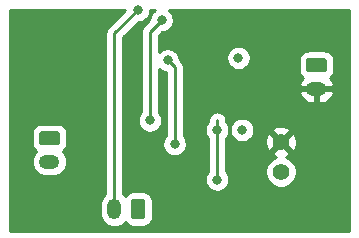
<source format=gbr>
G04 #@! TF.GenerationSoftware,KiCad,Pcbnew,(5.1.5-0)*
G04 #@! TF.CreationDate,2021-02-11T14:19:56-07:00*
G04 #@! TF.ProjectId,ideal-diode,69646561-6c2d-4646-996f-64652e6b6963,rev?*
G04 #@! TF.SameCoordinates,Original*
G04 #@! TF.FileFunction,Copper,L2,Bot*
G04 #@! TF.FilePolarity,Positive*
%FSLAX46Y46*%
G04 Gerber Fmt 4.6, Leading zero omitted, Abs format (unit mm)*
G04 Created by KiCad (PCBNEW (5.1.5-0)) date 2021-02-11 14:19:56*
%MOMM*%
%LPD*%
G04 APERTURE LIST*
%ADD10C,1.400000*%
%ADD11O,1.200000X1.750000*%
%ADD12C,0.100000*%
%ADD13O,1.750000X1.200000*%
%ADD14C,0.800000*%
%ADD15C,0.250000*%
%ADD16C,0.254000*%
G04 APERTURE END LIST*
D10*
X138600000Y-94340000D03*
X138600000Y-91800000D03*
D11*
X124500000Y-97500000D03*
G04 #@! TA.AperFunction,ComponentPad*
D12*
G36*
X126874505Y-96626204D02*
G01*
X126898773Y-96629804D01*
X126922572Y-96635765D01*
X126945671Y-96644030D01*
X126967850Y-96654520D01*
X126988893Y-96667132D01*
X127008599Y-96681747D01*
X127026777Y-96698223D01*
X127043253Y-96716401D01*
X127057868Y-96736107D01*
X127070480Y-96757150D01*
X127080970Y-96779329D01*
X127089235Y-96802428D01*
X127095196Y-96826227D01*
X127098796Y-96850495D01*
X127100000Y-96874999D01*
X127100000Y-98125001D01*
X127098796Y-98149505D01*
X127095196Y-98173773D01*
X127089235Y-98197572D01*
X127080970Y-98220671D01*
X127070480Y-98242850D01*
X127057868Y-98263893D01*
X127043253Y-98283599D01*
X127026777Y-98301777D01*
X127008599Y-98318253D01*
X126988893Y-98332868D01*
X126967850Y-98345480D01*
X126945671Y-98355970D01*
X126922572Y-98364235D01*
X126898773Y-98370196D01*
X126874505Y-98373796D01*
X126850001Y-98375000D01*
X126149999Y-98375000D01*
X126125495Y-98373796D01*
X126101227Y-98370196D01*
X126077428Y-98364235D01*
X126054329Y-98355970D01*
X126032150Y-98345480D01*
X126011107Y-98332868D01*
X125991401Y-98318253D01*
X125973223Y-98301777D01*
X125956747Y-98283599D01*
X125942132Y-98263893D01*
X125929520Y-98242850D01*
X125919030Y-98220671D01*
X125910765Y-98197572D01*
X125904804Y-98173773D01*
X125901204Y-98149505D01*
X125900000Y-98125001D01*
X125900000Y-96874999D01*
X125901204Y-96850495D01*
X125904804Y-96826227D01*
X125910765Y-96802428D01*
X125919030Y-96779329D01*
X125929520Y-96757150D01*
X125942132Y-96736107D01*
X125956747Y-96716401D01*
X125973223Y-96698223D01*
X125991401Y-96681747D01*
X126011107Y-96667132D01*
X126032150Y-96654520D01*
X126054329Y-96644030D01*
X126077428Y-96635765D01*
X126101227Y-96629804D01*
X126125495Y-96626204D01*
X126149999Y-96625000D01*
X126850001Y-96625000D01*
X126874505Y-96626204D01*
G37*
G04 #@! TD.AperFunction*
D13*
X141600000Y-87300000D03*
G04 #@! TA.AperFunction,ComponentPad*
D12*
G36*
X142249505Y-84701204D02*
G01*
X142273773Y-84704804D01*
X142297572Y-84710765D01*
X142320671Y-84719030D01*
X142342850Y-84729520D01*
X142363893Y-84742132D01*
X142383599Y-84756747D01*
X142401777Y-84773223D01*
X142418253Y-84791401D01*
X142432868Y-84811107D01*
X142445480Y-84832150D01*
X142455970Y-84854329D01*
X142464235Y-84877428D01*
X142470196Y-84901227D01*
X142473796Y-84925495D01*
X142475000Y-84949999D01*
X142475000Y-85650001D01*
X142473796Y-85674505D01*
X142470196Y-85698773D01*
X142464235Y-85722572D01*
X142455970Y-85745671D01*
X142445480Y-85767850D01*
X142432868Y-85788893D01*
X142418253Y-85808599D01*
X142401777Y-85826777D01*
X142383599Y-85843253D01*
X142363893Y-85857868D01*
X142342850Y-85870480D01*
X142320671Y-85880970D01*
X142297572Y-85889235D01*
X142273773Y-85895196D01*
X142249505Y-85898796D01*
X142225001Y-85900000D01*
X140974999Y-85900000D01*
X140950495Y-85898796D01*
X140926227Y-85895196D01*
X140902428Y-85889235D01*
X140879329Y-85880970D01*
X140857150Y-85870480D01*
X140836107Y-85857868D01*
X140816401Y-85843253D01*
X140798223Y-85826777D01*
X140781747Y-85808599D01*
X140767132Y-85788893D01*
X140754520Y-85767850D01*
X140744030Y-85745671D01*
X140735765Y-85722572D01*
X140729804Y-85698773D01*
X140726204Y-85674505D01*
X140725000Y-85650001D01*
X140725000Y-84949999D01*
X140726204Y-84925495D01*
X140729804Y-84901227D01*
X140735765Y-84877428D01*
X140744030Y-84854329D01*
X140754520Y-84832150D01*
X140767132Y-84811107D01*
X140781747Y-84791401D01*
X140798223Y-84773223D01*
X140816401Y-84756747D01*
X140836107Y-84742132D01*
X140857150Y-84729520D01*
X140879329Y-84719030D01*
X140902428Y-84710765D01*
X140926227Y-84704804D01*
X140950495Y-84701204D01*
X140974999Y-84700000D01*
X142225001Y-84700000D01*
X142249505Y-84701204D01*
G37*
G04 #@! TD.AperFunction*
D13*
X119000000Y-93500000D03*
G04 #@! TA.AperFunction,ComponentPad*
D12*
G36*
X119649505Y-90901204D02*
G01*
X119673773Y-90904804D01*
X119697572Y-90910765D01*
X119720671Y-90919030D01*
X119742850Y-90929520D01*
X119763893Y-90942132D01*
X119783599Y-90956747D01*
X119801777Y-90973223D01*
X119818253Y-90991401D01*
X119832868Y-91011107D01*
X119845480Y-91032150D01*
X119855970Y-91054329D01*
X119864235Y-91077428D01*
X119870196Y-91101227D01*
X119873796Y-91125495D01*
X119875000Y-91149999D01*
X119875000Y-91850001D01*
X119873796Y-91874505D01*
X119870196Y-91898773D01*
X119864235Y-91922572D01*
X119855970Y-91945671D01*
X119845480Y-91967850D01*
X119832868Y-91988893D01*
X119818253Y-92008599D01*
X119801777Y-92026777D01*
X119783599Y-92043253D01*
X119763893Y-92057868D01*
X119742850Y-92070480D01*
X119720671Y-92080970D01*
X119697572Y-92089235D01*
X119673773Y-92095196D01*
X119649505Y-92098796D01*
X119625001Y-92100000D01*
X118374999Y-92100000D01*
X118350495Y-92098796D01*
X118326227Y-92095196D01*
X118302428Y-92089235D01*
X118279329Y-92080970D01*
X118257150Y-92070480D01*
X118236107Y-92057868D01*
X118216401Y-92043253D01*
X118198223Y-92026777D01*
X118181747Y-92008599D01*
X118167132Y-91988893D01*
X118154520Y-91967850D01*
X118144030Y-91945671D01*
X118135765Y-91922572D01*
X118129804Y-91898773D01*
X118126204Y-91874505D01*
X118125000Y-91850001D01*
X118125000Y-91149999D01*
X118126204Y-91125495D01*
X118129804Y-91101227D01*
X118135765Y-91077428D01*
X118144030Y-91054329D01*
X118154520Y-91032150D01*
X118167132Y-91011107D01*
X118181747Y-90991401D01*
X118198223Y-90973223D01*
X118216401Y-90956747D01*
X118236107Y-90942132D01*
X118257150Y-90929520D01*
X118279329Y-90919030D01*
X118302428Y-90910765D01*
X118326227Y-90904804D01*
X118350495Y-90901204D01*
X118374999Y-90900000D01*
X119625001Y-90900000D01*
X119649505Y-90901204D01*
G37*
G04 #@! TD.AperFunction*
D14*
X135000000Y-84700000D03*
X135300000Y-90800000D03*
X133200000Y-95000000D03*
X133200000Y-90800000D03*
X126500000Y-80625000D03*
X129600000Y-92000000D03*
X129000000Y-84900000D03*
X127500000Y-90000000D03*
X128500000Y-81500000D03*
D15*
X133200000Y-95000000D02*
X133200000Y-90000000D01*
X124500000Y-82625000D02*
X124500000Y-97500000D01*
X126500000Y-80625000D02*
X124500000Y-82625000D01*
X129600000Y-85500000D02*
X129000000Y-84900000D01*
X129600000Y-85500000D02*
X129600000Y-92000000D01*
X127500000Y-82500000D02*
X128500000Y-81500000D01*
X127500000Y-90000000D02*
X127500000Y-82500000D01*
D16*
G36*
X123989003Y-82061196D02*
G01*
X123959999Y-82084999D01*
X123904871Y-82152174D01*
X123865026Y-82200724D01*
X123809857Y-82303937D01*
X123794454Y-82332754D01*
X123750997Y-82476015D01*
X123740000Y-82587668D01*
X123740000Y-82587678D01*
X123736324Y-82625000D01*
X123740000Y-82662322D01*
X123740001Y-96251067D01*
X123622499Y-96347498D01*
X123468168Y-96535551D01*
X123353489Y-96750099D01*
X123282870Y-96982898D01*
X123265000Y-97164335D01*
X123265000Y-97835664D01*
X123282870Y-98017101D01*
X123353489Y-98249900D01*
X123468167Y-98464448D01*
X123622498Y-98652502D01*
X123810551Y-98806833D01*
X124025099Y-98921511D01*
X124257898Y-98992130D01*
X124500000Y-99015975D01*
X124742101Y-98992130D01*
X124974900Y-98921511D01*
X125189448Y-98806833D01*
X125377502Y-98652502D01*
X125409191Y-98613889D01*
X125411595Y-98618387D01*
X125522038Y-98752962D01*
X125656613Y-98863405D01*
X125810149Y-98945472D01*
X125976745Y-98996008D01*
X126149999Y-99013072D01*
X126850001Y-99013072D01*
X127023255Y-98996008D01*
X127189851Y-98945472D01*
X127343387Y-98863405D01*
X127477962Y-98752962D01*
X127588405Y-98618387D01*
X127670472Y-98464851D01*
X127721008Y-98298255D01*
X127738072Y-98125001D01*
X127738072Y-96874999D01*
X127721008Y-96701745D01*
X127670472Y-96535149D01*
X127588405Y-96381613D01*
X127477962Y-96247038D01*
X127343387Y-96136595D01*
X127189851Y-96054528D01*
X127023255Y-96003992D01*
X126850001Y-95986928D01*
X126149999Y-95986928D01*
X125976745Y-96003992D01*
X125810149Y-96054528D01*
X125656613Y-96136595D01*
X125522038Y-96247038D01*
X125411595Y-96381613D01*
X125409191Y-96386111D01*
X125377502Y-96347498D01*
X125260000Y-96251067D01*
X125260000Y-82939801D01*
X126539802Y-81660000D01*
X126601939Y-81660000D01*
X126801898Y-81620226D01*
X126990256Y-81542205D01*
X127159774Y-81428937D01*
X127303937Y-81284774D01*
X127417205Y-81115256D01*
X127495226Y-80926898D01*
X127535000Y-80726939D01*
X127535000Y-80660000D01*
X127894198Y-80660000D01*
X127840226Y-80696063D01*
X127696063Y-80840226D01*
X127582795Y-81009744D01*
X127504774Y-81198102D01*
X127465000Y-81398061D01*
X127465000Y-81460198D01*
X126988998Y-81936201D01*
X126960000Y-81959999D01*
X126936202Y-81988997D01*
X126936201Y-81988998D01*
X126865026Y-82075724D01*
X126794454Y-82207754D01*
X126750998Y-82351015D01*
X126736324Y-82500000D01*
X126740001Y-82537332D01*
X126740000Y-89296289D01*
X126696063Y-89340226D01*
X126582795Y-89509744D01*
X126504774Y-89698102D01*
X126465000Y-89898061D01*
X126465000Y-90101939D01*
X126504774Y-90301898D01*
X126582795Y-90490256D01*
X126696063Y-90659774D01*
X126840226Y-90803937D01*
X127009744Y-90917205D01*
X127198102Y-90995226D01*
X127398061Y-91035000D01*
X127601939Y-91035000D01*
X127801898Y-90995226D01*
X127990256Y-90917205D01*
X128159774Y-90803937D01*
X128303937Y-90659774D01*
X128417205Y-90490256D01*
X128495226Y-90301898D01*
X128535000Y-90101939D01*
X128535000Y-89898061D01*
X128495226Y-89698102D01*
X128417205Y-89509744D01*
X128303937Y-89340226D01*
X128260000Y-89296289D01*
X128260000Y-85623711D01*
X128340226Y-85703937D01*
X128509744Y-85817205D01*
X128698102Y-85895226D01*
X128840000Y-85923451D01*
X128840001Y-91296288D01*
X128796063Y-91340226D01*
X128682795Y-91509744D01*
X128604774Y-91698102D01*
X128565000Y-91898061D01*
X128565000Y-92101939D01*
X128604774Y-92301898D01*
X128682795Y-92490256D01*
X128796063Y-92659774D01*
X128940226Y-92803937D01*
X129109744Y-92917205D01*
X129298102Y-92995226D01*
X129498061Y-93035000D01*
X129701939Y-93035000D01*
X129901898Y-92995226D01*
X130090256Y-92917205D01*
X130259774Y-92803937D01*
X130403937Y-92659774D01*
X130517205Y-92490256D01*
X130595226Y-92301898D01*
X130635000Y-92101939D01*
X130635000Y-91898061D01*
X130595226Y-91698102D01*
X130517205Y-91509744D01*
X130403937Y-91340226D01*
X130360000Y-91296289D01*
X130360000Y-90698061D01*
X132165000Y-90698061D01*
X132165000Y-90901939D01*
X132204774Y-91101898D01*
X132282795Y-91290256D01*
X132396063Y-91459774D01*
X132440001Y-91503712D01*
X132440000Y-94296289D01*
X132396063Y-94340226D01*
X132282795Y-94509744D01*
X132204774Y-94698102D01*
X132165000Y-94898061D01*
X132165000Y-95101939D01*
X132204774Y-95301898D01*
X132282795Y-95490256D01*
X132396063Y-95659774D01*
X132540226Y-95803937D01*
X132709744Y-95917205D01*
X132898102Y-95995226D01*
X133098061Y-96035000D01*
X133301939Y-96035000D01*
X133501898Y-95995226D01*
X133690256Y-95917205D01*
X133859774Y-95803937D01*
X134003937Y-95659774D01*
X134117205Y-95490256D01*
X134195226Y-95301898D01*
X134235000Y-95101939D01*
X134235000Y-94898061D01*
X134195226Y-94698102D01*
X134117205Y-94509744D01*
X134003937Y-94340226D01*
X133960000Y-94296289D01*
X133960000Y-94208514D01*
X137265000Y-94208514D01*
X137265000Y-94471486D01*
X137316304Y-94729405D01*
X137416939Y-94972359D01*
X137563038Y-95191013D01*
X137748987Y-95376962D01*
X137967641Y-95523061D01*
X138210595Y-95623696D01*
X138468514Y-95675000D01*
X138731486Y-95675000D01*
X138989405Y-95623696D01*
X139232359Y-95523061D01*
X139451013Y-95376962D01*
X139636962Y-95191013D01*
X139783061Y-94972359D01*
X139883696Y-94729405D01*
X139935000Y-94471486D01*
X139935000Y-94208514D01*
X139883696Y-93950595D01*
X139783061Y-93707641D01*
X139636962Y-93488987D01*
X139451013Y-93303038D01*
X139232359Y-93156939D01*
X139018556Y-93068379D01*
X139181366Y-93008935D01*
X139282203Y-92955037D01*
X139341664Y-92721269D01*
X138600000Y-91979605D01*
X137858336Y-92721269D01*
X137917797Y-92955037D01*
X138156242Y-93065934D01*
X138175827Y-93070706D01*
X137967641Y-93156939D01*
X137748987Y-93303038D01*
X137563038Y-93488987D01*
X137416939Y-93707641D01*
X137316304Y-93950595D01*
X137265000Y-94208514D01*
X133960000Y-94208514D01*
X133960000Y-91874473D01*
X137260610Y-91874473D01*
X137300875Y-92134344D01*
X137391065Y-92381366D01*
X137444963Y-92482203D01*
X137678731Y-92541664D01*
X138420395Y-91800000D01*
X138779605Y-91800000D01*
X139521269Y-92541664D01*
X139755037Y-92482203D01*
X139865934Y-92243758D01*
X139928183Y-91988260D01*
X139939390Y-91725527D01*
X139899125Y-91465656D01*
X139808935Y-91218634D01*
X139755037Y-91117797D01*
X139521269Y-91058336D01*
X138779605Y-91800000D01*
X138420395Y-91800000D01*
X137678731Y-91058336D01*
X137444963Y-91117797D01*
X137334066Y-91356242D01*
X137271817Y-91611740D01*
X137260610Y-91874473D01*
X133960000Y-91874473D01*
X133960000Y-91503711D01*
X134003937Y-91459774D01*
X134117205Y-91290256D01*
X134195226Y-91101898D01*
X134235000Y-90901939D01*
X134235000Y-90698061D01*
X134265000Y-90698061D01*
X134265000Y-90901939D01*
X134304774Y-91101898D01*
X134382795Y-91290256D01*
X134496063Y-91459774D01*
X134640226Y-91603937D01*
X134809744Y-91717205D01*
X134998102Y-91795226D01*
X135198061Y-91835000D01*
X135401939Y-91835000D01*
X135601898Y-91795226D01*
X135790256Y-91717205D01*
X135959774Y-91603937D01*
X136103937Y-91459774D01*
X136217205Y-91290256D01*
X136295226Y-91101898D01*
X136335000Y-90901939D01*
X136335000Y-90878731D01*
X137858336Y-90878731D01*
X138600000Y-91620395D01*
X139341664Y-90878731D01*
X139282203Y-90644963D01*
X139043758Y-90534066D01*
X138788260Y-90471817D01*
X138525527Y-90460610D01*
X138265656Y-90500875D01*
X138018634Y-90591065D01*
X137917797Y-90644963D01*
X137858336Y-90878731D01*
X136335000Y-90878731D01*
X136335000Y-90698061D01*
X136295226Y-90498102D01*
X136217205Y-90309744D01*
X136103937Y-90140226D01*
X135959774Y-89996063D01*
X135790256Y-89882795D01*
X135601898Y-89804774D01*
X135401939Y-89765000D01*
X135198061Y-89765000D01*
X134998102Y-89804774D01*
X134809744Y-89882795D01*
X134640226Y-89996063D01*
X134496063Y-90140226D01*
X134382795Y-90309744D01*
X134304774Y-90498102D01*
X134265000Y-90698061D01*
X134235000Y-90698061D01*
X134195226Y-90498102D01*
X134117205Y-90309744D01*
X134003937Y-90140226D01*
X133960000Y-90096289D01*
X133960000Y-89962667D01*
X133949003Y-89851014D01*
X133905546Y-89707753D01*
X133834974Y-89575724D01*
X133740001Y-89459999D01*
X133624276Y-89365026D01*
X133492247Y-89294454D01*
X133348986Y-89250997D01*
X133200000Y-89236323D01*
X133051015Y-89250997D01*
X132907754Y-89294454D01*
X132775725Y-89365026D01*
X132660000Y-89459999D01*
X132565027Y-89575724D01*
X132494455Y-89707753D01*
X132450998Y-89851014D01*
X132440001Y-89962667D01*
X132440001Y-90096288D01*
X132396063Y-90140226D01*
X132282795Y-90309744D01*
X132204774Y-90498102D01*
X132165000Y-90698061D01*
X130360000Y-90698061D01*
X130360000Y-87617609D01*
X140131538Y-87617609D01*
X140135409Y-87655282D01*
X140227579Y-87880533D01*
X140361922Y-88083474D01*
X140533275Y-88256307D01*
X140735054Y-88392390D01*
X140959504Y-88486493D01*
X141198000Y-88535000D01*
X141473000Y-88535000D01*
X141473000Y-87427000D01*
X141727000Y-87427000D01*
X141727000Y-88535000D01*
X142002000Y-88535000D01*
X142240496Y-88486493D01*
X142464946Y-88392390D01*
X142666725Y-88256307D01*
X142838078Y-88083474D01*
X142972421Y-87880533D01*
X143064591Y-87655282D01*
X143068462Y-87617609D01*
X142943731Y-87427000D01*
X141727000Y-87427000D01*
X141473000Y-87427000D01*
X140256269Y-87427000D01*
X140131538Y-87617609D01*
X130360000Y-87617609D01*
X130360000Y-85537322D01*
X130363676Y-85499999D01*
X130360000Y-85462676D01*
X130360000Y-85462667D01*
X130349003Y-85351014D01*
X130305546Y-85207753D01*
X130234975Y-85075725D01*
X130234974Y-85075723D01*
X130163799Y-84988997D01*
X130140001Y-84959999D01*
X130111004Y-84936202D01*
X130035000Y-84860198D01*
X130035000Y-84798061D01*
X129995226Y-84598102D01*
X129995210Y-84598061D01*
X133965000Y-84598061D01*
X133965000Y-84801939D01*
X134004774Y-85001898D01*
X134082795Y-85190256D01*
X134196063Y-85359774D01*
X134340226Y-85503937D01*
X134509744Y-85617205D01*
X134698102Y-85695226D01*
X134898061Y-85735000D01*
X135101939Y-85735000D01*
X135301898Y-85695226D01*
X135490256Y-85617205D01*
X135659774Y-85503937D01*
X135803937Y-85359774D01*
X135917205Y-85190256D01*
X135995226Y-85001898D01*
X136005549Y-84949999D01*
X140086928Y-84949999D01*
X140086928Y-85650001D01*
X140103992Y-85823255D01*
X140154528Y-85989851D01*
X140236595Y-86143387D01*
X140347038Y-86277962D01*
X140481613Y-86388405D01*
X140486406Y-86390967D01*
X140361922Y-86516526D01*
X140227579Y-86719467D01*
X140135409Y-86944718D01*
X140131538Y-86982391D01*
X140256269Y-87173000D01*
X141473000Y-87173000D01*
X141473000Y-87153000D01*
X141727000Y-87153000D01*
X141727000Y-87173000D01*
X142943731Y-87173000D01*
X143068462Y-86982391D01*
X143064591Y-86944718D01*
X142972421Y-86719467D01*
X142838078Y-86516526D01*
X142713594Y-86390967D01*
X142718387Y-86388405D01*
X142852962Y-86277962D01*
X142963405Y-86143387D01*
X143045472Y-85989851D01*
X143096008Y-85823255D01*
X143113072Y-85650001D01*
X143113072Y-84949999D01*
X143096008Y-84776745D01*
X143045472Y-84610149D01*
X142963405Y-84456613D01*
X142852962Y-84322038D01*
X142718387Y-84211595D01*
X142564851Y-84129528D01*
X142398255Y-84078992D01*
X142225001Y-84061928D01*
X140974999Y-84061928D01*
X140801745Y-84078992D01*
X140635149Y-84129528D01*
X140481613Y-84211595D01*
X140347038Y-84322038D01*
X140236595Y-84456613D01*
X140154528Y-84610149D01*
X140103992Y-84776745D01*
X140086928Y-84949999D01*
X136005549Y-84949999D01*
X136035000Y-84801939D01*
X136035000Y-84598061D01*
X135995226Y-84398102D01*
X135917205Y-84209744D01*
X135803937Y-84040226D01*
X135659774Y-83896063D01*
X135490256Y-83782795D01*
X135301898Y-83704774D01*
X135101939Y-83665000D01*
X134898061Y-83665000D01*
X134698102Y-83704774D01*
X134509744Y-83782795D01*
X134340226Y-83896063D01*
X134196063Y-84040226D01*
X134082795Y-84209744D01*
X134004774Y-84398102D01*
X133965000Y-84598061D01*
X129995210Y-84598061D01*
X129917205Y-84409744D01*
X129803937Y-84240226D01*
X129659774Y-84096063D01*
X129490256Y-83982795D01*
X129301898Y-83904774D01*
X129101939Y-83865000D01*
X128898061Y-83865000D01*
X128698102Y-83904774D01*
X128509744Y-83982795D01*
X128340226Y-84096063D01*
X128260000Y-84176289D01*
X128260000Y-82814801D01*
X128539802Y-82535000D01*
X128601939Y-82535000D01*
X128801898Y-82495226D01*
X128990256Y-82417205D01*
X129159774Y-82303937D01*
X129303937Y-82159774D01*
X129417205Y-81990256D01*
X129495226Y-81801898D01*
X129535000Y-81601939D01*
X129535000Y-81398061D01*
X129495226Y-81198102D01*
X129417205Y-81009744D01*
X129303937Y-80840226D01*
X129159774Y-80696063D01*
X129105802Y-80660000D01*
X144340000Y-80660000D01*
X144340001Y-99340000D01*
X115660000Y-99340000D01*
X115660000Y-93500000D01*
X117484025Y-93500000D01*
X117507870Y-93742102D01*
X117578489Y-93974901D01*
X117693167Y-94189449D01*
X117847498Y-94377502D01*
X118035551Y-94531833D01*
X118250099Y-94646511D01*
X118482898Y-94717130D01*
X118664335Y-94735000D01*
X119335665Y-94735000D01*
X119517102Y-94717130D01*
X119749901Y-94646511D01*
X119964449Y-94531833D01*
X120152502Y-94377502D01*
X120306833Y-94189449D01*
X120421511Y-93974901D01*
X120492130Y-93742102D01*
X120515975Y-93500000D01*
X120492130Y-93257898D01*
X120421511Y-93025099D01*
X120306833Y-92810551D01*
X120152502Y-92622498D01*
X120113889Y-92590809D01*
X120118387Y-92588405D01*
X120252962Y-92477962D01*
X120363405Y-92343387D01*
X120445472Y-92189851D01*
X120496008Y-92023255D01*
X120513072Y-91850001D01*
X120513072Y-91149999D01*
X120496008Y-90976745D01*
X120445472Y-90810149D01*
X120363405Y-90656613D01*
X120252962Y-90522038D01*
X120118387Y-90411595D01*
X119964851Y-90329528D01*
X119798255Y-90278992D01*
X119625001Y-90261928D01*
X118374999Y-90261928D01*
X118201745Y-90278992D01*
X118035149Y-90329528D01*
X117881613Y-90411595D01*
X117747038Y-90522038D01*
X117636595Y-90656613D01*
X117554528Y-90810149D01*
X117503992Y-90976745D01*
X117486928Y-91149999D01*
X117486928Y-91850001D01*
X117503992Y-92023255D01*
X117554528Y-92189851D01*
X117636595Y-92343387D01*
X117747038Y-92477962D01*
X117881613Y-92588405D01*
X117886111Y-92590809D01*
X117847498Y-92622498D01*
X117693167Y-92810551D01*
X117578489Y-93025099D01*
X117507870Y-93257898D01*
X117484025Y-93500000D01*
X115660000Y-93500000D01*
X115660000Y-80660000D01*
X125390198Y-80660000D01*
X123989003Y-82061196D01*
G37*
X123989003Y-82061196D02*
X123959999Y-82084999D01*
X123904871Y-82152174D01*
X123865026Y-82200724D01*
X123809857Y-82303937D01*
X123794454Y-82332754D01*
X123750997Y-82476015D01*
X123740000Y-82587668D01*
X123740000Y-82587678D01*
X123736324Y-82625000D01*
X123740000Y-82662322D01*
X123740001Y-96251067D01*
X123622499Y-96347498D01*
X123468168Y-96535551D01*
X123353489Y-96750099D01*
X123282870Y-96982898D01*
X123265000Y-97164335D01*
X123265000Y-97835664D01*
X123282870Y-98017101D01*
X123353489Y-98249900D01*
X123468167Y-98464448D01*
X123622498Y-98652502D01*
X123810551Y-98806833D01*
X124025099Y-98921511D01*
X124257898Y-98992130D01*
X124500000Y-99015975D01*
X124742101Y-98992130D01*
X124974900Y-98921511D01*
X125189448Y-98806833D01*
X125377502Y-98652502D01*
X125409191Y-98613889D01*
X125411595Y-98618387D01*
X125522038Y-98752962D01*
X125656613Y-98863405D01*
X125810149Y-98945472D01*
X125976745Y-98996008D01*
X126149999Y-99013072D01*
X126850001Y-99013072D01*
X127023255Y-98996008D01*
X127189851Y-98945472D01*
X127343387Y-98863405D01*
X127477962Y-98752962D01*
X127588405Y-98618387D01*
X127670472Y-98464851D01*
X127721008Y-98298255D01*
X127738072Y-98125001D01*
X127738072Y-96874999D01*
X127721008Y-96701745D01*
X127670472Y-96535149D01*
X127588405Y-96381613D01*
X127477962Y-96247038D01*
X127343387Y-96136595D01*
X127189851Y-96054528D01*
X127023255Y-96003992D01*
X126850001Y-95986928D01*
X126149999Y-95986928D01*
X125976745Y-96003992D01*
X125810149Y-96054528D01*
X125656613Y-96136595D01*
X125522038Y-96247038D01*
X125411595Y-96381613D01*
X125409191Y-96386111D01*
X125377502Y-96347498D01*
X125260000Y-96251067D01*
X125260000Y-82939801D01*
X126539802Y-81660000D01*
X126601939Y-81660000D01*
X126801898Y-81620226D01*
X126990256Y-81542205D01*
X127159774Y-81428937D01*
X127303937Y-81284774D01*
X127417205Y-81115256D01*
X127495226Y-80926898D01*
X127535000Y-80726939D01*
X127535000Y-80660000D01*
X127894198Y-80660000D01*
X127840226Y-80696063D01*
X127696063Y-80840226D01*
X127582795Y-81009744D01*
X127504774Y-81198102D01*
X127465000Y-81398061D01*
X127465000Y-81460198D01*
X126988998Y-81936201D01*
X126960000Y-81959999D01*
X126936202Y-81988997D01*
X126936201Y-81988998D01*
X126865026Y-82075724D01*
X126794454Y-82207754D01*
X126750998Y-82351015D01*
X126736324Y-82500000D01*
X126740001Y-82537332D01*
X126740000Y-89296289D01*
X126696063Y-89340226D01*
X126582795Y-89509744D01*
X126504774Y-89698102D01*
X126465000Y-89898061D01*
X126465000Y-90101939D01*
X126504774Y-90301898D01*
X126582795Y-90490256D01*
X126696063Y-90659774D01*
X126840226Y-90803937D01*
X127009744Y-90917205D01*
X127198102Y-90995226D01*
X127398061Y-91035000D01*
X127601939Y-91035000D01*
X127801898Y-90995226D01*
X127990256Y-90917205D01*
X128159774Y-90803937D01*
X128303937Y-90659774D01*
X128417205Y-90490256D01*
X128495226Y-90301898D01*
X128535000Y-90101939D01*
X128535000Y-89898061D01*
X128495226Y-89698102D01*
X128417205Y-89509744D01*
X128303937Y-89340226D01*
X128260000Y-89296289D01*
X128260000Y-85623711D01*
X128340226Y-85703937D01*
X128509744Y-85817205D01*
X128698102Y-85895226D01*
X128840000Y-85923451D01*
X128840001Y-91296288D01*
X128796063Y-91340226D01*
X128682795Y-91509744D01*
X128604774Y-91698102D01*
X128565000Y-91898061D01*
X128565000Y-92101939D01*
X128604774Y-92301898D01*
X128682795Y-92490256D01*
X128796063Y-92659774D01*
X128940226Y-92803937D01*
X129109744Y-92917205D01*
X129298102Y-92995226D01*
X129498061Y-93035000D01*
X129701939Y-93035000D01*
X129901898Y-92995226D01*
X130090256Y-92917205D01*
X130259774Y-92803937D01*
X130403937Y-92659774D01*
X130517205Y-92490256D01*
X130595226Y-92301898D01*
X130635000Y-92101939D01*
X130635000Y-91898061D01*
X130595226Y-91698102D01*
X130517205Y-91509744D01*
X130403937Y-91340226D01*
X130360000Y-91296289D01*
X130360000Y-90698061D01*
X132165000Y-90698061D01*
X132165000Y-90901939D01*
X132204774Y-91101898D01*
X132282795Y-91290256D01*
X132396063Y-91459774D01*
X132440001Y-91503712D01*
X132440000Y-94296289D01*
X132396063Y-94340226D01*
X132282795Y-94509744D01*
X132204774Y-94698102D01*
X132165000Y-94898061D01*
X132165000Y-95101939D01*
X132204774Y-95301898D01*
X132282795Y-95490256D01*
X132396063Y-95659774D01*
X132540226Y-95803937D01*
X132709744Y-95917205D01*
X132898102Y-95995226D01*
X133098061Y-96035000D01*
X133301939Y-96035000D01*
X133501898Y-95995226D01*
X133690256Y-95917205D01*
X133859774Y-95803937D01*
X134003937Y-95659774D01*
X134117205Y-95490256D01*
X134195226Y-95301898D01*
X134235000Y-95101939D01*
X134235000Y-94898061D01*
X134195226Y-94698102D01*
X134117205Y-94509744D01*
X134003937Y-94340226D01*
X133960000Y-94296289D01*
X133960000Y-94208514D01*
X137265000Y-94208514D01*
X137265000Y-94471486D01*
X137316304Y-94729405D01*
X137416939Y-94972359D01*
X137563038Y-95191013D01*
X137748987Y-95376962D01*
X137967641Y-95523061D01*
X138210595Y-95623696D01*
X138468514Y-95675000D01*
X138731486Y-95675000D01*
X138989405Y-95623696D01*
X139232359Y-95523061D01*
X139451013Y-95376962D01*
X139636962Y-95191013D01*
X139783061Y-94972359D01*
X139883696Y-94729405D01*
X139935000Y-94471486D01*
X139935000Y-94208514D01*
X139883696Y-93950595D01*
X139783061Y-93707641D01*
X139636962Y-93488987D01*
X139451013Y-93303038D01*
X139232359Y-93156939D01*
X139018556Y-93068379D01*
X139181366Y-93008935D01*
X139282203Y-92955037D01*
X139341664Y-92721269D01*
X138600000Y-91979605D01*
X137858336Y-92721269D01*
X137917797Y-92955037D01*
X138156242Y-93065934D01*
X138175827Y-93070706D01*
X137967641Y-93156939D01*
X137748987Y-93303038D01*
X137563038Y-93488987D01*
X137416939Y-93707641D01*
X137316304Y-93950595D01*
X137265000Y-94208514D01*
X133960000Y-94208514D01*
X133960000Y-91874473D01*
X137260610Y-91874473D01*
X137300875Y-92134344D01*
X137391065Y-92381366D01*
X137444963Y-92482203D01*
X137678731Y-92541664D01*
X138420395Y-91800000D01*
X138779605Y-91800000D01*
X139521269Y-92541664D01*
X139755037Y-92482203D01*
X139865934Y-92243758D01*
X139928183Y-91988260D01*
X139939390Y-91725527D01*
X139899125Y-91465656D01*
X139808935Y-91218634D01*
X139755037Y-91117797D01*
X139521269Y-91058336D01*
X138779605Y-91800000D01*
X138420395Y-91800000D01*
X137678731Y-91058336D01*
X137444963Y-91117797D01*
X137334066Y-91356242D01*
X137271817Y-91611740D01*
X137260610Y-91874473D01*
X133960000Y-91874473D01*
X133960000Y-91503711D01*
X134003937Y-91459774D01*
X134117205Y-91290256D01*
X134195226Y-91101898D01*
X134235000Y-90901939D01*
X134235000Y-90698061D01*
X134265000Y-90698061D01*
X134265000Y-90901939D01*
X134304774Y-91101898D01*
X134382795Y-91290256D01*
X134496063Y-91459774D01*
X134640226Y-91603937D01*
X134809744Y-91717205D01*
X134998102Y-91795226D01*
X135198061Y-91835000D01*
X135401939Y-91835000D01*
X135601898Y-91795226D01*
X135790256Y-91717205D01*
X135959774Y-91603937D01*
X136103937Y-91459774D01*
X136217205Y-91290256D01*
X136295226Y-91101898D01*
X136335000Y-90901939D01*
X136335000Y-90878731D01*
X137858336Y-90878731D01*
X138600000Y-91620395D01*
X139341664Y-90878731D01*
X139282203Y-90644963D01*
X139043758Y-90534066D01*
X138788260Y-90471817D01*
X138525527Y-90460610D01*
X138265656Y-90500875D01*
X138018634Y-90591065D01*
X137917797Y-90644963D01*
X137858336Y-90878731D01*
X136335000Y-90878731D01*
X136335000Y-90698061D01*
X136295226Y-90498102D01*
X136217205Y-90309744D01*
X136103937Y-90140226D01*
X135959774Y-89996063D01*
X135790256Y-89882795D01*
X135601898Y-89804774D01*
X135401939Y-89765000D01*
X135198061Y-89765000D01*
X134998102Y-89804774D01*
X134809744Y-89882795D01*
X134640226Y-89996063D01*
X134496063Y-90140226D01*
X134382795Y-90309744D01*
X134304774Y-90498102D01*
X134265000Y-90698061D01*
X134235000Y-90698061D01*
X134195226Y-90498102D01*
X134117205Y-90309744D01*
X134003937Y-90140226D01*
X133960000Y-90096289D01*
X133960000Y-89962667D01*
X133949003Y-89851014D01*
X133905546Y-89707753D01*
X133834974Y-89575724D01*
X133740001Y-89459999D01*
X133624276Y-89365026D01*
X133492247Y-89294454D01*
X133348986Y-89250997D01*
X133200000Y-89236323D01*
X133051015Y-89250997D01*
X132907754Y-89294454D01*
X132775725Y-89365026D01*
X132660000Y-89459999D01*
X132565027Y-89575724D01*
X132494455Y-89707753D01*
X132450998Y-89851014D01*
X132440001Y-89962667D01*
X132440001Y-90096288D01*
X132396063Y-90140226D01*
X132282795Y-90309744D01*
X132204774Y-90498102D01*
X132165000Y-90698061D01*
X130360000Y-90698061D01*
X130360000Y-87617609D01*
X140131538Y-87617609D01*
X140135409Y-87655282D01*
X140227579Y-87880533D01*
X140361922Y-88083474D01*
X140533275Y-88256307D01*
X140735054Y-88392390D01*
X140959504Y-88486493D01*
X141198000Y-88535000D01*
X141473000Y-88535000D01*
X141473000Y-87427000D01*
X141727000Y-87427000D01*
X141727000Y-88535000D01*
X142002000Y-88535000D01*
X142240496Y-88486493D01*
X142464946Y-88392390D01*
X142666725Y-88256307D01*
X142838078Y-88083474D01*
X142972421Y-87880533D01*
X143064591Y-87655282D01*
X143068462Y-87617609D01*
X142943731Y-87427000D01*
X141727000Y-87427000D01*
X141473000Y-87427000D01*
X140256269Y-87427000D01*
X140131538Y-87617609D01*
X130360000Y-87617609D01*
X130360000Y-85537322D01*
X130363676Y-85499999D01*
X130360000Y-85462676D01*
X130360000Y-85462667D01*
X130349003Y-85351014D01*
X130305546Y-85207753D01*
X130234975Y-85075725D01*
X130234974Y-85075723D01*
X130163799Y-84988997D01*
X130140001Y-84959999D01*
X130111004Y-84936202D01*
X130035000Y-84860198D01*
X130035000Y-84798061D01*
X129995226Y-84598102D01*
X129995210Y-84598061D01*
X133965000Y-84598061D01*
X133965000Y-84801939D01*
X134004774Y-85001898D01*
X134082795Y-85190256D01*
X134196063Y-85359774D01*
X134340226Y-85503937D01*
X134509744Y-85617205D01*
X134698102Y-85695226D01*
X134898061Y-85735000D01*
X135101939Y-85735000D01*
X135301898Y-85695226D01*
X135490256Y-85617205D01*
X135659774Y-85503937D01*
X135803937Y-85359774D01*
X135917205Y-85190256D01*
X135995226Y-85001898D01*
X136005549Y-84949999D01*
X140086928Y-84949999D01*
X140086928Y-85650001D01*
X140103992Y-85823255D01*
X140154528Y-85989851D01*
X140236595Y-86143387D01*
X140347038Y-86277962D01*
X140481613Y-86388405D01*
X140486406Y-86390967D01*
X140361922Y-86516526D01*
X140227579Y-86719467D01*
X140135409Y-86944718D01*
X140131538Y-86982391D01*
X140256269Y-87173000D01*
X141473000Y-87173000D01*
X141473000Y-87153000D01*
X141727000Y-87153000D01*
X141727000Y-87173000D01*
X142943731Y-87173000D01*
X143068462Y-86982391D01*
X143064591Y-86944718D01*
X142972421Y-86719467D01*
X142838078Y-86516526D01*
X142713594Y-86390967D01*
X142718387Y-86388405D01*
X142852962Y-86277962D01*
X142963405Y-86143387D01*
X143045472Y-85989851D01*
X143096008Y-85823255D01*
X143113072Y-85650001D01*
X143113072Y-84949999D01*
X143096008Y-84776745D01*
X143045472Y-84610149D01*
X142963405Y-84456613D01*
X142852962Y-84322038D01*
X142718387Y-84211595D01*
X142564851Y-84129528D01*
X142398255Y-84078992D01*
X142225001Y-84061928D01*
X140974999Y-84061928D01*
X140801745Y-84078992D01*
X140635149Y-84129528D01*
X140481613Y-84211595D01*
X140347038Y-84322038D01*
X140236595Y-84456613D01*
X140154528Y-84610149D01*
X140103992Y-84776745D01*
X140086928Y-84949999D01*
X136005549Y-84949999D01*
X136035000Y-84801939D01*
X136035000Y-84598061D01*
X135995226Y-84398102D01*
X135917205Y-84209744D01*
X135803937Y-84040226D01*
X135659774Y-83896063D01*
X135490256Y-83782795D01*
X135301898Y-83704774D01*
X135101939Y-83665000D01*
X134898061Y-83665000D01*
X134698102Y-83704774D01*
X134509744Y-83782795D01*
X134340226Y-83896063D01*
X134196063Y-84040226D01*
X134082795Y-84209744D01*
X134004774Y-84398102D01*
X133965000Y-84598061D01*
X129995210Y-84598061D01*
X129917205Y-84409744D01*
X129803937Y-84240226D01*
X129659774Y-84096063D01*
X129490256Y-83982795D01*
X129301898Y-83904774D01*
X129101939Y-83865000D01*
X128898061Y-83865000D01*
X128698102Y-83904774D01*
X128509744Y-83982795D01*
X128340226Y-84096063D01*
X128260000Y-84176289D01*
X128260000Y-82814801D01*
X128539802Y-82535000D01*
X128601939Y-82535000D01*
X128801898Y-82495226D01*
X128990256Y-82417205D01*
X129159774Y-82303937D01*
X129303937Y-82159774D01*
X129417205Y-81990256D01*
X129495226Y-81801898D01*
X129535000Y-81601939D01*
X129535000Y-81398061D01*
X129495226Y-81198102D01*
X129417205Y-81009744D01*
X129303937Y-80840226D01*
X129159774Y-80696063D01*
X129105802Y-80660000D01*
X144340000Y-80660000D01*
X144340001Y-99340000D01*
X115660000Y-99340000D01*
X115660000Y-93500000D01*
X117484025Y-93500000D01*
X117507870Y-93742102D01*
X117578489Y-93974901D01*
X117693167Y-94189449D01*
X117847498Y-94377502D01*
X118035551Y-94531833D01*
X118250099Y-94646511D01*
X118482898Y-94717130D01*
X118664335Y-94735000D01*
X119335665Y-94735000D01*
X119517102Y-94717130D01*
X119749901Y-94646511D01*
X119964449Y-94531833D01*
X120152502Y-94377502D01*
X120306833Y-94189449D01*
X120421511Y-93974901D01*
X120492130Y-93742102D01*
X120515975Y-93500000D01*
X120492130Y-93257898D01*
X120421511Y-93025099D01*
X120306833Y-92810551D01*
X120152502Y-92622498D01*
X120113889Y-92590809D01*
X120118387Y-92588405D01*
X120252962Y-92477962D01*
X120363405Y-92343387D01*
X120445472Y-92189851D01*
X120496008Y-92023255D01*
X120513072Y-91850001D01*
X120513072Y-91149999D01*
X120496008Y-90976745D01*
X120445472Y-90810149D01*
X120363405Y-90656613D01*
X120252962Y-90522038D01*
X120118387Y-90411595D01*
X119964851Y-90329528D01*
X119798255Y-90278992D01*
X119625001Y-90261928D01*
X118374999Y-90261928D01*
X118201745Y-90278992D01*
X118035149Y-90329528D01*
X117881613Y-90411595D01*
X117747038Y-90522038D01*
X117636595Y-90656613D01*
X117554528Y-90810149D01*
X117503992Y-90976745D01*
X117486928Y-91149999D01*
X117486928Y-91850001D01*
X117503992Y-92023255D01*
X117554528Y-92189851D01*
X117636595Y-92343387D01*
X117747038Y-92477962D01*
X117881613Y-92588405D01*
X117886111Y-92590809D01*
X117847498Y-92622498D01*
X117693167Y-92810551D01*
X117578489Y-93025099D01*
X117507870Y-93257898D01*
X117484025Y-93500000D01*
X115660000Y-93500000D01*
X115660000Y-80660000D01*
X125390198Y-80660000D01*
X123989003Y-82061196D01*
M02*

</source>
